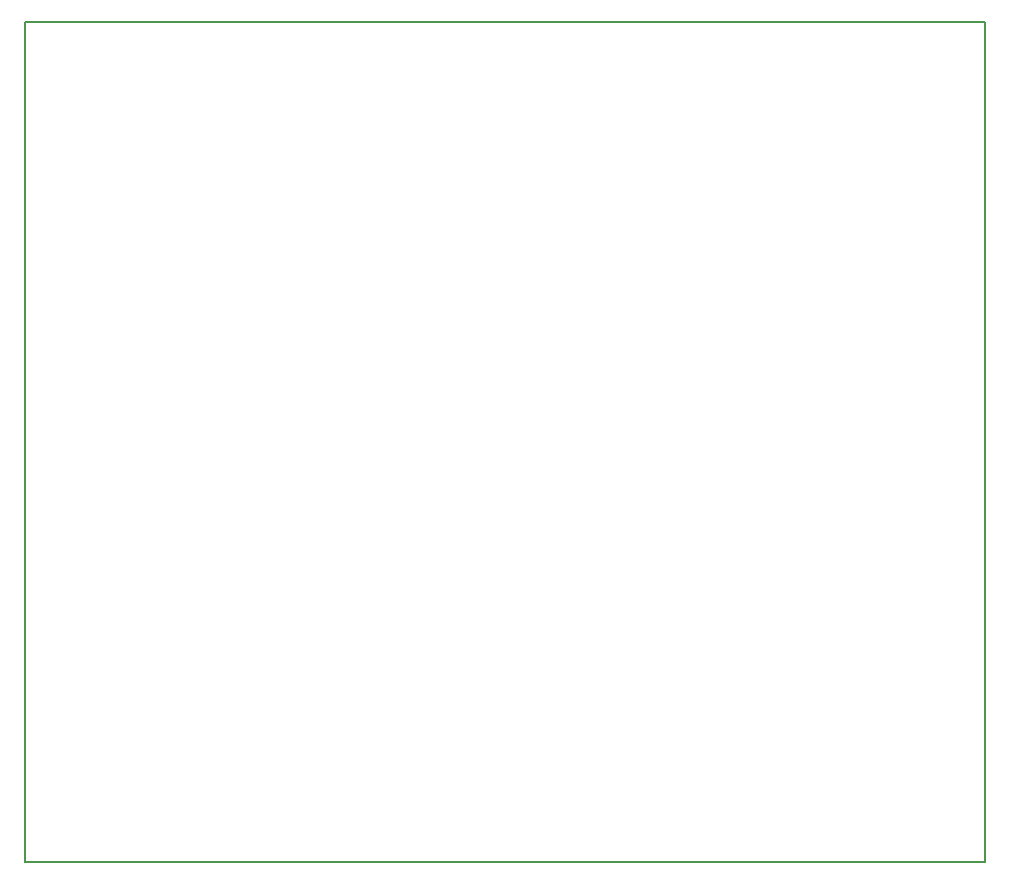
<source format=gbr>
G04 #@! TF.FileFunction,Profile,NP*
%FSLAX46Y46*%
G04 Gerber Fmt 4.6, Leading zero omitted, Abs format (unit mm)*
G04 Created by KiCad (PCBNEW 4.0.5) date 2017 May 26, Friday 10:14:16*
%MOMM*%
%LPD*%
G01*
G04 APERTURE LIST*
%ADD10C,0.100000*%
%ADD11C,0.150000*%
G04 APERTURE END LIST*
D10*
D11*
X68580000Y-96520000D02*
X68580000Y-25400000D01*
X149860000Y-96520000D02*
X68580000Y-96520000D01*
X149860000Y-25400000D02*
X149860000Y-96520000D01*
X68580000Y-25400000D02*
X149860000Y-25400000D01*
M02*

</source>
